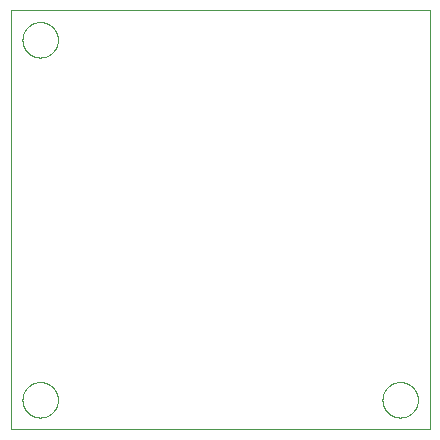
<source format=gbr>
G04 EAGLE Gerber RS-274X export*
G75*
%MOMM*%
%FSLAX34Y34*%
%LPD*%
%IN*%
%IPPOS*%
%AMOC8*
5,1,8,0,0,1.08239X$1,22.5*%
G01*
%ADD10C,0.025400*%
%ADD11C,0.000000*%


D10*
X0Y0D02*
X354800Y0D01*
X354800Y354800D01*
X0Y354800D01*
X0Y0D01*
D11*
X10000Y329800D02*
X10005Y330168D01*
X10018Y330536D01*
X10041Y330903D01*
X10072Y331270D01*
X10113Y331636D01*
X10162Y332001D01*
X10221Y332364D01*
X10288Y332726D01*
X10364Y333087D01*
X10450Y333445D01*
X10543Y333801D01*
X10646Y334154D01*
X10757Y334505D01*
X10877Y334853D01*
X11005Y335198D01*
X11142Y335540D01*
X11287Y335879D01*
X11440Y336213D01*
X11602Y336544D01*
X11771Y336871D01*
X11949Y337193D01*
X12134Y337512D01*
X12327Y337825D01*
X12528Y338134D01*
X12736Y338437D01*
X12952Y338735D01*
X13175Y339028D01*
X13405Y339316D01*
X13642Y339598D01*
X13886Y339873D01*
X14136Y340143D01*
X14393Y340407D01*
X14657Y340664D01*
X14927Y340914D01*
X15202Y341158D01*
X15484Y341395D01*
X15772Y341625D01*
X16065Y341848D01*
X16363Y342064D01*
X16666Y342272D01*
X16975Y342473D01*
X17288Y342666D01*
X17607Y342851D01*
X17929Y343029D01*
X18256Y343198D01*
X18587Y343360D01*
X18921Y343513D01*
X19260Y343658D01*
X19602Y343795D01*
X19947Y343923D01*
X20295Y344043D01*
X20646Y344154D01*
X20999Y344257D01*
X21355Y344350D01*
X21713Y344436D01*
X22074Y344512D01*
X22436Y344579D01*
X22799Y344638D01*
X23164Y344687D01*
X23530Y344728D01*
X23897Y344759D01*
X24264Y344782D01*
X24632Y344795D01*
X25000Y344800D01*
X25368Y344795D01*
X25736Y344782D01*
X26103Y344759D01*
X26470Y344728D01*
X26836Y344687D01*
X27201Y344638D01*
X27564Y344579D01*
X27926Y344512D01*
X28287Y344436D01*
X28645Y344350D01*
X29001Y344257D01*
X29354Y344154D01*
X29705Y344043D01*
X30053Y343923D01*
X30398Y343795D01*
X30740Y343658D01*
X31079Y343513D01*
X31413Y343360D01*
X31744Y343198D01*
X32071Y343029D01*
X32393Y342851D01*
X32712Y342666D01*
X33025Y342473D01*
X33334Y342272D01*
X33637Y342064D01*
X33935Y341848D01*
X34228Y341625D01*
X34516Y341395D01*
X34798Y341158D01*
X35073Y340914D01*
X35343Y340664D01*
X35607Y340407D01*
X35864Y340143D01*
X36114Y339873D01*
X36358Y339598D01*
X36595Y339316D01*
X36825Y339028D01*
X37048Y338735D01*
X37264Y338437D01*
X37472Y338134D01*
X37673Y337825D01*
X37866Y337512D01*
X38051Y337193D01*
X38229Y336871D01*
X38398Y336544D01*
X38560Y336213D01*
X38713Y335879D01*
X38858Y335540D01*
X38995Y335198D01*
X39123Y334853D01*
X39243Y334505D01*
X39354Y334154D01*
X39457Y333801D01*
X39550Y333445D01*
X39636Y333087D01*
X39712Y332726D01*
X39779Y332364D01*
X39838Y332001D01*
X39887Y331636D01*
X39928Y331270D01*
X39959Y330903D01*
X39982Y330536D01*
X39995Y330168D01*
X40000Y329800D01*
X39995Y329432D01*
X39982Y329064D01*
X39959Y328697D01*
X39928Y328330D01*
X39887Y327964D01*
X39838Y327599D01*
X39779Y327236D01*
X39712Y326874D01*
X39636Y326513D01*
X39550Y326155D01*
X39457Y325799D01*
X39354Y325446D01*
X39243Y325095D01*
X39123Y324747D01*
X38995Y324402D01*
X38858Y324060D01*
X38713Y323721D01*
X38560Y323387D01*
X38398Y323056D01*
X38229Y322729D01*
X38051Y322407D01*
X37866Y322088D01*
X37673Y321775D01*
X37472Y321466D01*
X37264Y321163D01*
X37048Y320865D01*
X36825Y320572D01*
X36595Y320284D01*
X36358Y320002D01*
X36114Y319727D01*
X35864Y319457D01*
X35607Y319193D01*
X35343Y318936D01*
X35073Y318686D01*
X34798Y318442D01*
X34516Y318205D01*
X34228Y317975D01*
X33935Y317752D01*
X33637Y317536D01*
X33334Y317328D01*
X33025Y317127D01*
X32712Y316934D01*
X32393Y316749D01*
X32071Y316571D01*
X31744Y316402D01*
X31413Y316240D01*
X31079Y316087D01*
X30740Y315942D01*
X30398Y315805D01*
X30053Y315677D01*
X29705Y315557D01*
X29354Y315446D01*
X29001Y315343D01*
X28645Y315250D01*
X28287Y315164D01*
X27926Y315088D01*
X27564Y315021D01*
X27201Y314962D01*
X26836Y314913D01*
X26470Y314872D01*
X26103Y314841D01*
X25736Y314818D01*
X25368Y314805D01*
X25000Y314800D01*
X24632Y314805D01*
X24264Y314818D01*
X23897Y314841D01*
X23530Y314872D01*
X23164Y314913D01*
X22799Y314962D01*
X22436Y315021D01*
X22074Y315088D01*
X21713Y315164D01*
X21355Y315250D01*
X20999Y315343D01*
X20646Y315446D01*
X20295Y315557D01*
X19947Y315677D01*
X19602Y315805D01*
X19260Y315942D01*
X18921Y316087D01*
X18587Y316240D01*
X18256Y316402D01*
X17929Y316571D01*
X17607Y316749D01*
X17288Y316934D01*
X16975Y317127D01*
X16666Y317328D01*
X16363Y317536D01*
X16065Y317752D01*
X15772Y317975D01*
X15484Y318205D01*
X15202Y318442D01*
X14927Y318686D01*
X14657Y318936D01*
X14393Y319193D01*
X14136Y319457D01*
X13886Y319727D01*
X13642Y320002D01*
X13405Y320284D01*
X13175Y320572D01*
X12952Y320865D01*
X12736Y321163D01*
X12528Y321466D01*
X12327Y321775D01*
X12134Y322088D01*
X11949Y322407D01*
X11771Y322729D01*
X11602Y323056D01*
X11440Y323387D01*
X11287Y323721D01*
X11142Y324060D01*
X11005Y324402D01*
X10877Y324747D01*
X10757Y325095D01*
X10646Y325446D01*
X10543Y325799D01*
X10450Y326155D01*
X10364Y326513D01*
X10288Y326874D01*
X10221Y327236D01*
X10162Y327599D01*
X10113Y327964D01*
X10072Y328330D01*
X10041Y328697D01*
X10018Y329064D01*
X10005Y329432D01*
X10000Y329800D01*
X10000Y25000D02*
X10005Y25368D01*
X10018Y25736D01*
X10041Y26103D01*
X10072Y26470D01*
X10113Y26836D01*
X10162Y27201D01*
X10221Y27564D01*
X10288Y27926D01*
X10364Y28287D01*
X10450Y28645D01*
X10543Y29001D01*
X10646Y29354D01*
X10757Y29705D01*
X10877Y30053D01*
X11005Y30398D01*
X11142Y30740D01*
X11287Y31079D01*
X11440Y31413D01*
X11602Y31744D01*
X11771Y32071D01*
X11949Y32393D01*
X12134Y32712D01*
X12327Y33025D01*
X12528Y33334D01*
X12736Y33637D01*
X12952Y33935D01*
X13175Y34228D01*
X13405Y34516D01*
X13642Y34798D01*
X13886Y35073D01*
X14136Y35343D01*
X14393Y35607D01*
X14657Y35864D01*
X14927Y36114D01*
X15202Y36358D01*
X15484Y36595D01*
X15772Y36825D01*
X16065Y37048D01*
X16363Y37264D01*
X16666Y37472D01*
X16975Y37673D01*
X17288Y37866D01*
X17607Y38051D01*
X17929Y38229D01*
X18256Y38398D01*
X18587Y38560D01*
X18921Y38713D01*
X19260Y38858D01*
X19602Y38995D01*
X19947Y39123D01*
X20295Y39243D01*
X20646Y39354D01*
X20999Y39457D01*
X21355Y39550D01*
X21713Y39636D01*
X22074Y39712D01*
X22436Y39779D01*
X22799Y39838D01*
X23164Y39887D01*
X23530Y39928D01*
X23897Y39959D01*
X24264Y39982D01*
X24632Y39995D01*
X25000Y40000D01*
X25368Y39995D01*
X25736Y39982D01*
X26103Y39959D01*
X26470Y39928D01*
X26836Y39887D01*
X27201Y39838D01*
X27564Y39779D01*
X27926Y39712D01*
X28287Y39636D01*
X28645Y39550D01*
X29001Y39457D01*
X29354Y39354D01*
X29705Y39243D01*
X30053Y39123D01*
X30398Y38995D01*
X30740Y38858D01*
X31079Y38713D01*
X31413Y38560D01*
X31744Y38398D01*
X32071Y38229D01*
X32393Y38051D01*
X32712Y37866D01*
X33025Y37673D01*
X33334Y37472D01*
X33637Y37264D01*
X33935Y37048D01*
X34228Y36825D01*
X34516Y36595D01*
X34798Y36358D01*
X35073Y36114D01*
X35343Y35864D01*
X35607Y35607D01*
X35864Y35343D01*
X36114Y35073D01*
X36358Y34798D01*
X36595Y34516D01*
X36825Y34228D01*
X37048Y33935D01*
X37264Y33637D01*
X37472Y33334D01*
X37673Y33025D01*
X37866Y32712D01*
X38051Y32393D01*
X38229Y32071D01*
X38398Y31744D01*
X38560Y31413D01*
X38713Y31079D01*
X38858Y30740D01*
X38995Y30398D01*
X39123Y30053D01*
X39243Y29705D01*
X39354Y29354D01*
X39457Y29001D01*
X39550Y28645D01*
X39636Y28287D01*
X39712Y27926D01*
X39779Y27564D01*
X39838Y27201D01*
X39887Y26836D01*
X39928Y26470D01*
X39959Y26103D01*
X39982Y25736D01*
X39995Y25368D01*
X40000Y25000D01*
X39995Y24632D01*
X39982Y24264D01*
X39959Y23897D01*
X39928Y23530D01*
X39887Y23164D01*
X39838Y22799D01*
X39779Y22436D01*
X39712Y22074D01*
X39636Y21713D01*
X39550Y21355D01*
X39457Y20999D01*
X39354Y20646D01*
X39243Y20295D01*
X39123Y19947D01*
X38995Y19602D01*
X38858Y19260D01*
X38713Y18921D01*
X38560Y18587D01*
X38398Y18256D01*
X38229Y17929D01*
X38051Y17607D01*
X37866Y17288D01*
X37673Y16975D01*
X37472Y16666D01*
X37264Y16363D01*
X37048Y16065D01*
X36825Y15772D01*
X36595Y15484D01*
X36358Y15202D01*
X36114Y14927D01*
X35864Y14657D01*
X35607Y14393D01*
X35343Y14136D01*
X35073Y13886D01*
X34798Y13642D01*
X34516Y13405D01*
X34228Y13175D01*
X33935Y12952D01*
X33637Y12736D01*
X33334Y12528D01*
X33025Y12327D01*
X32712Y12134D01*
X32393Y11949D01*
X32071Y11771D01*
X31744Y11602D01*
X31413Y11440D01*
X31079Y11287D01*
X30740Y11142D01*
X30398Y11005D01*
X30053Y10877D01*
X29705Y10757D01*
X29354Y10646D01*
X29001Y10543D01*
X28645Y10450D01*
X28287Y10364D01*
X27926Y10288D01*
X27564Y10221D01*
X27201Y10162D01*
X26836Y10113D01*
X26470Y10072D01*
X26103Y10041D01*
X25736Y10018D01*
X25368Y10005D01*
X25000Y10000D01*
X24632Y10005D01*
X24264Y10018D01*
X23897Y10041D01*
X23530Y10072D01*
X23164Y10113D01*
X22799Y10162D01*
X22436Y10221D01*
X22074Y10288D01*
X21713Y10364D01*
X21355Y10450D01*
X20999Y10543D01*
X20646Y10646D01*
X20295Y10757D01*
X19947Y10877D01*
X19602Y11005D01*
X19260Y11142D01*
X18921Y11287D01*
X18587Y11440D01*
X18256Y11602D01*
X17929Y11771D01*
X17607Y11949D01*
X17288Y12134D01*
X16975Y12327D01*
X16666Y12528D01*
X16363Y12736D01*
X16065Y12952D01*
X15772Y13175D01*
X15484Y13405D01*
X15202Y13642D01*
X14927Y13886D01*
X14657Y14136D01*
X14393Y14393D01*
X14136Y14657D01*
X13886Y14927D01*
X13642Y15202D01*
X13405Y15484D01*
X13175Y15772D01*
X12952Y16065D01*
X12736Y16363D01*
X12528Y16666D01*
X12327Y16975D01*
X12134Y17288D01*
X11949Y17607D01*
X11771Y17929D01*
X11602Y18256D01*
X11440Y18587D01*
X11287Y18921D01*
X11142Y19260D01*
X11005Y19602D01*
X10877Y19947D01*
X10757Y20295D01*
X10646Y20646D01*
X10543Y20999D01*
X10450Y21355D01*
X10364Y21713D01*
X10288Y22074D01*
X10221Y22436D01*
X10162Y22799D01*
X10113Y23164D01*
X10072Y23530D01*
X10041Y23897D01*
X10018Y24264D01*
X10005Y24632D01*
X10000Y25000D01*
X314800Y25000D02*
X314805Y25368D01*
X314818Y25736D01*
X314841Y26103D01*
X314872Y26470D01*
X314913Y26836D01*
X314962Y27201D01*
X315021Y27564D01*
X315088Y27926D01*
X315164Y28287D01*
X315250Y28645D01*
X315343Y29001D01*
X315446Y29354D01*
X315557Y29705D01*
X315677Y30053D01*
X315805Y30398D01*
X315942Y30740D01*
X316087Y31079D01*
X316240Y31413D01*
X316402Y31744D01*
X316571Y32071D01*
X316749Y32393D01*
X316934Y32712D01*
X317127Y33025D01*
X317328Y33334D01*
X317536Y33637D01*
X317752Y33935D01*
X317975Y34228D01*
X318205Y34516D01*
X318442Y34798D01*
X318686Y35073D01*
X318936Y35343D01*
X319193Y35607D01*
X319457Y35864D01*
X319727Y36114D01*
X320002Y36358D01*
X320284Y36595D01*
X320572Y36825D01*
X320865Y37048D01*
X321163Y37264D01*
X321466Y37472D01*
X321775Y37673D01*
X322088Y37866D01*
X322407Y38051D01*
X322729Y38229D01*
X323056Y38398D01*
X323387Y38560D01*
X323721Y38713D01*
X324060Y38858D01*
X324402Y38995D01*
X324747Y39123D01*
X325095Y39243D01*
X325446Y39354D01*
X325799Y39457D01*
X326155Y39550D01*
X326513Y39636D01*
X326874Y39712D01*
X327236Y39779D01*
X327599Y39838D01*
X327964Y39887D01*
X328330Y39928D01*
X328697Y39959D01*
X329064Y39982D01*
X329432Y39995D01*
X329800Y40000D01*
X330168Y39995D01*
X330536Y39982D01*
X330903Y39959D01*
X331270Y39928D01*
X331636Y39887D01*
X332001Y39838D01*
X332364Y39779D01*
X332726Y39712D01*
X333087Y39636D01*
X333445Y39550D01*
X333801Y39457D01*
X334154Y39354D01*
X334505Y39243D01*
X334853Y39123D01*
X335198Y38995D01*
X335540Y38858D01*
X335879Y38713D01*
X336213Y38560D01*
X336544Y38398D01*
X336871Y38229D01*
X337193Y38051D01*
X337512Y37866D01*
X337825Y37673D01*
X338134Y37472D01*
X338437Y37264D01*
X338735Y37048D01*
X339028Y36825D01*
X339316Y36595D01*
X339598Y36358D01*
X339873Y36114D01*
X340143Y35864D01*
X340407Y35607D01*
X340664Y35343D01*
X340914Y35073D01*
X341158Y34798D01*
X341395Y34516D01*
X341625Y34228D01*
X341848Y33935D01*
X342064Y33637D01*
X342272Y33334D01*
X342473Y33025D01*
X342666Y32712D01*
X342851Y32393D01*
X343029Y32071D01*
X343198Y31744D01*
X343360Y31413D01*
X343513Y31079D01*
X343658Y30740D01*
X343795Y30398D01*
X343923Y30053D01*
X344043Y29705D01*
X344154Y29354D01*
X344257Y29001D01*
X344350Y28645D01*
X344436Y28287D01*
X344512Y27926D01*
X344579Y27564D01*
X344638Y27201D01*
X344687Y26836D01*
X344728Y26470D01*
X344759Y26103D01*
X344782Y25736D01*
X344795Y25368D01*
X344800Y25000D01*
X344795Y24632D01*
X344782Y24264D01*
X344759Y23897D01*
X344728Y23530D01*
X344687Y23164D01*
X344638Y22799D01*
X344579Y22436D01*
X344512Y22074D01*
X344436Y21713D01*
X344350Y21355D01*
X344257Y20999D01*
X344154Y20646D01*
X344043Y20295D01*
X343923Y19947D01*
X343795Y19602D01*
X343658Y19260D01*
X343513Y18921D01*
X343360Y18587D01*
X343198Y18256D01*
X343029Y17929D01*
X342851Y17607D01*
X342666Y17288D01*
X342473Y16975D01*
X342272Y16666D01*
X342064Y16363D01*
X341848Y16065D01*
X341625Y15772D01*
X341395Y15484D01*
X341158Y15202D01*
X340914Y14927D01*
X340664Y14657D01*
X340407Y14393D01*
X340143Y14136D01*
X339873Y13886D01*
X339598Y13642D01*
X339316Y13405D01*
X339028Y13175D01*
X338735Y12952D01*
X338437Y12736D01*
X338134Y12528D01*
X337825Y12327D01*
X337512Y12134D01*
X337193Y11949D01*
X336871Y11771D01*
X336544Y11602D01*
X336213Y11440D01*
X335879Y11287D01*
X335540Y11142D01*
X335198Y11005D01*
X334853Y10877D01*
X334505Y10757D01*
X334154Y10646D01*
X333801Y10543D01*
X333445Y10450D01*
X333087Y10364D01*
X332726Y10288D01*
X332364Y10221D01*
X332001Y10162D01*
X331636Y10113D01*
X331270Y10072D01*
X330903Y10041D01*
X330536Y10018D01*
X330168Y10005D01*
X329800Y10000D01*
X329432Y10005D01*
X329064Y10018D01*
X328697Y10041D01*
X328330Y10072D01*
X327964Y10113D01*
X327599Y10162D01*
X327236Y10221D01*
X326874Y10288D01*
X326513Y10364D01*
X326155Y10450D01*
X325799Y10543D01*
X325446Y10646D01*
X325095Y10757D01*
X324747Y10877D01*
X324402Y11005D01*
X324060Y11142D01*
X323721Y11287D01*
X323387Y11440D01*
X323056Y11602D01*
X322729Y11771D01*
X322407Y11949D01*
X322088Y12134D01*
X321775Y12327D01*
X321466Y12528D01*
X321163Y12736D01*
X320865Y12952D01*
X320572Y13175D01*
X320284Y13405D01*
X320002Y13642D01*
X319727Y13886D01*
X319457Y14136D01*
X319193Y14393D01*
X318936Y14657D01*
X318686Y14927D01*
X318442Y15202D01*
X318205Y15484D01*
X317975Y15772D01*
X317752Y16065D01*
X317536Y16363D01*
X317328Y16666D01*
X317127Y16975D01*
X316934Y17288D01*
X316749Y17607D01*
X316571Y17929D01*
X316402Y18256D01*
X316240Y18587D01*
X316087Y18921D01*
X315942Y19260D01*
X315805Y19602D01*
X315677Y19947D01*
X315557Y20295D01*
X315446Y20646D01*
X315343Y20999D01*
X315250Y21355D01*
X315164Y21713D01*
X315088Y22074D01*
X315021Y22436D01*
X314962Y22799D01*
X314913Y23164D01*
X314872Y23530D01*
X314841Y23897D01*
X314818Y24264D01*
X314805Y24632D01*
X314800Y25000D01*
M02*

</source>
